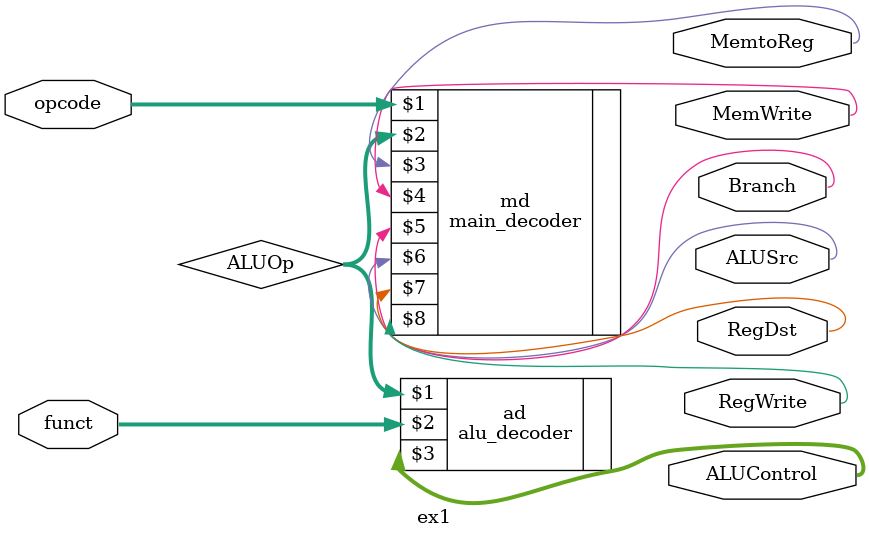
<source format=v>
module ex1(
	input [5:0] opcode, funct,
	output MemtoReg, MemWrite, Branch, ALUSrc, RegDst, RegWrite,
 	output [2:0] ALUControl
);

	wire [1:0] ALUOp;

	main_decoder md(opcode, ALUOp, MemtoReg, MemWrite, Branch, ALUSrc, RegDst, RegWrite);
	alu_decoder ad(ALUOp, funct, ALUControl);

endmodule

</source>
